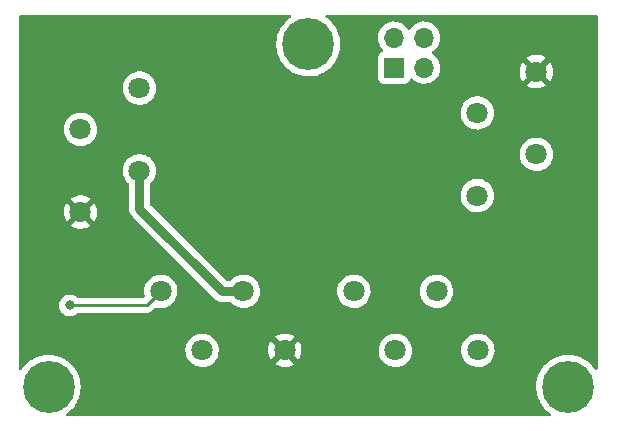
<source format=gbr>
%TF.GenerationSoftware,KiCad,Pcbnew,(6.0.8-1)-1*%
%TF.CreationDate,2022-12-26T11:19:24-06:00*%
%TF.ProjectId,CAN Distribution Board With Power v2,43414e20-4469-4737-9472-69627574696f,rev?*%
%TF.SameCoordinates,Original*%
%TF.FileFunction,Copper,L2,Bot*%
%TF.FilePolarity,Positive*%
%FSLAX46Y46*%
G04 Gerber Fmt 4.6, Leading zero omitted, Abs format (unit mm)*
G04 Created by KiCad (PCBNEW (6.0.8-1)-1) date 2022-12-26 11:19:24*
%MOMM*%
%LPD*%
G01*
G04 APERTURE LIST*
%TA.AperFunction,ComponentPad*%
%ADD10C,1.800000*%
%TD*%
%TA.AperFunction,ComponentPad*%
%ADD11C,4.400000*%
%TD*%
%TA.AperFunction,ComponentPad*%
%ADD12R,1.700000X1.700000*%
%TD*%
%TA.AperFunction,ComponentPad*%
%ADD13O,1.700000X1.700000*%
%TD*%
%TA.AperFunction,ViaPad*%
%ADD14C,0.800000*%
%TD*%
%TA.AperFunction,Conductor*%
%ADD15C,0.250000*%
%TD*%
%TA.AperFunction,Conductor*%
%ADD16C,0.750000*%
%TD*%
G04 APERTURE END LIST*
D10*
%TO.P,X3,1,A*%
%TO.N,/CAN_H*%
X122850000Y-109005000D03*
%TO.P,X3,2,B*%
%TO.N,/CAN_L*%
X126350000Y-114005000D03*
%TO.P,X3,3,C*%
%TO.N,/CAN_H*%
X129850000Y-109005000D03*
%TO.P,X3,4,D*%
%TO.N,/CAN_L*%
X133350000Y-114005000D03*
%TD*%
%TO.P,X2,1,A*%
%TO.N,/CAN_H*%
X106500000Y-109005000D03*
%TO.P,X2,2,B*%
%TO.N,/CAN_L*%
X110000000Y-114005000D03*
%TO.P,X2,3,C*%
%TO.N,+BATT*%
X113500000Y-109005000D03*
%TO.P,X2,4,D*%
%TO.N,GND*%
X117000000Y-114005000D03*
%TD*%
%TO.P,X1,1,A*%
%TO.N,/CAN_H*%
X104700000Y-91800000D03*
%TO.P,X1,2,B*%
%TO.N,/CAN_L*%
X99700000Y-95300000D03*
%TO.P,X1,3,C*%
%TO.N,+BATT*%
X104700000Y-98800000D03*
%TO.P,X1,4,D*%
%TO.N,GND*%
X99700000Y-102300000D03*
%TD*%
%TO.P,X4,1,A*%
%TO.N,/CAN_H*%
X133300000Y-100900000D03*
%TO.P,X4,2,B*%
%TO.N,/CAN_L*%
X138300000Y-97400000D03*
%TO.P,X4,3,C*%
%TO.N,+BATT*%
X133300000Y-93900000D03*
%TO.P,X4,4,D*%
%TO.N,GND*%
X138300000Y-90400000D03*
%TD*%
D11*
%TO.P,H2,1,1*%
%TO.N,unconnected-(H2-Pad1)*%
X141000000Y-117100000D03*
%TD*%
D12*
%TO.P,J1,1,Pin_1*%
%TO.N,Net-(J1-Pad1)*%
X126260000Y-90062500D03*
D13*
%TO.P,J1,2,Pin_2*%
%TO.N,/CAN_L*%
X126260000Y-87522500D03*
%TO.P,J1,3,Pin_3*%
X128800000Y-90062500D03*
%TO.P,J1,4,Pin_4*%
%TO.N,Net-(J1-Pad4)*%
X128800000Y-87522500D03*
%TD*%
D11*
%TO.P,H1,1,1*%
%TO.N,unconnected-(H1-Pad1)*%
X119000000Y-88100000D03*
%TD*%
%TO.P,H3,1,1*%
%TO.N,unconnected-(H3-Pad1)*%
X97000000Y-117100000D03*
%TD*%
D14*
%TO.N,/CAN_H*%
X98800000Y-110200000D03*
%TD*%
D15*
%TO.N,/CAN_H*%
X105305000Y-110200000D02*
X106500000Y-109005000D01*
X98800000Y-110200000D02*
X105305000Y-110200000D01*
D16*
%TO.N,+BATT*%
X104700000Y-102000000D02*
X111705000Y-109005000D01*
X104700000Y-98800000D02*
X104700000Y-102000000D01*
X111705000Y-109005000D02*
X113500000Y-109005000D01*
%TD*%
%TA.AperFunction,Conductor*%
%TO.N,GND*%
G36*
X117500316Y-85628502D02*
G01*
X117546809Y-85682158D01*
X117556913Y-85752432D01*
X117527419Y-85817012D01*
X117496618Y-85842785D01*
X117478074Y-85853817D01*
X117478068Y-85853821D01*
X117474814Y-85855757D01*
X117216244Y-86055243D01*
X116983513Y-86284347D01*
X116981149Y-86287314D01*
X116981146Y-86287317D01*
X116899083Y-86390300D01*
X116779991Y-86539751D01*
X116608626Y-86817757D01*
X116585869Y-86867121D01*
X116483942Y-87088220D01*
X116471902Y-87114336D01*
X116470741Y-87117940D01*
X116470741Y-87117941D01*
X116462196Y-87144477D01*
X116371797Y-87425192D01*
X116371079Y-87428903D01*
X116371078Y-87428907D01*
X116310482Y-87742105D01*
X116310481Y-87742114D01*
X116309763Y-87745824D01*
X116309496Y-87749600D01*
X116309495Y-87749605D01*
X116290396Y-88019357D01*
X116286698Y-88071585D01*
X116286887Y-88075377D01*
X116299443Y-88327588D01*
X116302936Y-88397759D01*
X116303577Y-88401490D01*
X116303578Y-88401498D01*
X116356718Y-88710755D01*
X116358241Y-88719619D01*
X116359329Y-88723258D01*
X116359330Y-88723261D01*
X116440114Y-88993381D01*
X116451814Y-89032504D01*
X116453327Y-89035975D01*
X116453329Y-89035981D01*
X116482184Y-89102184D01*
X116582297Y-89331881D01*
X116584220Y-89335152D01*
X116584222Y-89335156D01*
X116626584Y-89407215D01*
X116747802Y-89613414D01*
X116750103Y-89616429D01*
X116943631Y-89870012D01*
X116943636Y-89870017D01*
X116945931Y-89873025D01*
X117014870Y-89943792D01*
X117130510Y-90062500D01*
X117173814Y-90106953D01*
X117244935Y-90164238D01*
X117425196Y-90309431D01*
X117425201Y-90309435D01*
X117428149Y-90311809D01*
X117705253Y-90484627D01*
X118001112Y-90622903D01*
X118311440Y-90724634D01*
X118631742Y-90788346D01*
X118635514Y-90788633D01*
X118635522Y-90788634D01*
X118953602Y-90812829D01*
X118953607Y-90812829D01*
X118957379Y-90813116D01*
X119283633Y-90798586D01*
X119343425Y-90788634D01*
X119602037Y-90745590D01*
X119602042Y-90745589D01*
X119605778Y-90744967D01*
X119919149Y-90653034D01*
X119922616Y-90651544D01*
X119922620Y-90651543D01*
X120215721Y-90525616D01*
X120215723Y-90525615D01*
X120219205Y-90524119D01*
X120501601Y-90360091D01*
X120762245Y-90163324D01*
X120983838Y-89949708D01*
X120994632Y-89939303D01*
X120994635Y-89939300D01*
X120997363Y-89936670D01*
X121203549Y-89683410D01*
X121238371Y-89628220D01*
X121375788Y-89410428D01*
X121375790Y-89410425D01*
X121377815Y-89407215D01*
X121517638Y-89112084D01*
X121523017Y-89095961D01*
X121619790Y-88805897D01*
X121619792Y-88805891D01*
X121620992Y-88802293D01*
X121686381Y-88482329D01*
X121692294Y-88409637D01*
X121704798Y-88255899D01*
X121712856Y-88156826D01*
X121713451Y-88100000D01*
X121711510Y-88067796D01*
X121694026Y-87777793D01*
X121694026Y-87777789D01*
X121693798Y-87774015D01*
X121688650Y-87745824D01*
X121641781Y-87489195D01*
X124897251Y-87489195D01*
X124897548Y-87494348D01*
X124897548Y-87494351D01*
X124903011Y-87589090D01*
X124910110Y-87712215D01*
X124911247Y-87717261D01*
X124911248Y-87717267D01*
X124924037Y-87774015D01*
X124959222Y-87930139D01*
X125043266Y-88137116D01*
X125094019Y-88219938D01*
X125157291Y-88323188D01*
X125159987Y-88327588D01*
X125306250Y-88496438D01*
X125310230Y-88499742D01*
X125314981Y-88503687D01*
X125354616Y-88562590D01*
X125356113Y-88633571D01*
X125318997Y-88694093D01*
X125278725Y-88718612D01*
X125190095Y-88751838D01*
X125163295Y-88761885D01*
X125046739Y-88849239D01*
X124959385Y-88965795D01*
X124908255Y-89102184D01*
X124901500Y-89164366D01*
X124901500Y-90960634D01*
X124908255Y-91022816D01*
X124959385Y-91159205D01*
X125046739Y-91275761D01*
X125163295Y-91363115D01*
X125299684Y-91414245D01*
X125361866Y-91421000D01*
X127158134Y-91421000D01*
X127220316Y-91414245D01*
X127356705Y-91363115D01*
X127473261Y-91275761D01*
X127560615Y-91159205D01*
X127583701Y-91097623D01*
X127604598Y-91041882D01*
X127647240Y-90985118D01*
X127713802Y-90960418D01*
X127783150Y-90975626D01*
X127817817Y-91003614D01*
X127846250Y-91036438D01*
X128018126Y-91179132D01*
X128211000Y-91291838D01*
X128419692Y-91371530D01*
X128424760Y-91372561D01*
X128424763Y-91372562D01*
X128532017Y-91394383D01*
X128638597Y-91416067D01*
X128643772Y-91416257D01*
X128643774Y-91416257D01*
X128856673Y-91424064D01*
X128856677Y-91424064D01*
X128861837Y-91424253D01*
X128866957Y-91423597D01*
X128866959Y-91423597D01*
X129078288Y-91396525D01*
X129078289Y-91396525D01*
X129083416Y-91395868D01*
X129088366Y-91394383D01*
X129292429Y-91333161D01*
X129292434Y-91333159D01*
X129297384Y-91331674D01*
X129497994Y-91233396D01*
X129679860Y-91103673D01*
X129838096Y-90945989D01*
X129844078Y-90937665D01*
X129965435Y-90768777D01*
X129968453Y-90764577D01*
X130023056Y-90654097D01*
X130065136Y-90568953D01*
X130065137Y-90568951D01*
X130067430Y-90564311D01*
X130109222Y-90426757D01*
X130126273Y-90370638D01*
X136887893Y-90370638D01*
X136900627Y-90591468D01*
X136902061Y-90601670D01*
X136950685Y-90817439D01*
X136953773Y-90827292D01*
X137036986Y-91032220D01*
X137041634Y-91041421D01*
X137130097Y-91185781D01*
X137140553Y-91195242D01*
X137149331Y-91191458D01*
X137927979Y-90412811D01*
X137934356Y-90401132D01*
X138664408Y-90401132D01*
X138664539Y-90402966D01*
X138668790Y-90409580D01*
X139446307Y-91187096D01*
X139458313Y-91193652D01*
X139470052Y-91184684D01*
X139508010Y-91131859D01*
X139513321Y-91123020D01*
X139611318Y-90924737D01*
X139615117Y-90915142D01*
X139679415Y-90703517D01*
X139681594Y-90693436D01*
X139710702Y-90472338D01*
X139711221Y-90465663D01*
X139712744Y-90403364D01*
X139712550Y-90396646D01*
X139694279Y-90174400D01*
X139692596Y-90164238D01*
X139638710Y-89949708D01*
X139635389Y-89939953D01*
X139547193Y-89737118D01*
X139542315Y-89728020D01*
X139469224Y-89615038D01*
X139458538Y-89605835D01*
X139448973Y-89610238D01*
X138672021Y-90387189D01*
X138664408Y-90401132D01*
X137934356Y-90401132D01*
X137935592Y-90398868D01*
X137935461Y-90397034D01*
X137931210Y-90390420D01*
X137153862Y-89613073D01*
X137142330Y-89606776D01*
X137130048Y-89616399D01*
X137074467Y-89697877D01*
X137069379Y-89706833D01*
X136976252Y-89907459D01*
X136972689Y-89917146D01*
X136913581Y-90130280D01*
X136911650Y-90140400D01*
X136888145Y-90360349D01*
X136887893Y-90370638D01*
X130126273Y-90370638D01*
X130130865Y-90355523D01*
X130130865Y-90355521D01*
X130132370Y-90350569D01*
X130161529Y-90129090D01*
X130162070Y-90106953D01*
X130163074Y-90065865D01*
X130163074Y-90065861D01*
X130163156Y-90062500D01*
X130144852Y-89839861D01*
X130090431Y-89623202D01*
X130001354Y-89418340D01*
X129886441Y-89240711D01*
X137505508Y-89240711D01*
X137512251Y-89253040D01*
X138287189Y-90027979D01*
X138301132Y-90035592D01*
X138302966Y-90035461D01*
X138309580Y-90031210D01*
X139088994Y-89251795D01*
X139096011Y-89238944D01*
X139088237Y-89228274D01*
X139085902Y-89226430D01*
X139077320Y-89220729D01*
X138883678Y-89113833D01*
X138874272Y-89109606D01*
X138665772Y-89035772D01*
X138655809Y-89033140D01*
X138438047Y-88994350D01*
X138427796Y-88993381D01*
X138206616Y-88990679D01*
X138196332Y-88991399D01*
X137977693Y-89024855D01*
X137967666Y-89027244D01*
X137757426Y-89095961D01*
X137747916Y-89099958D01*
X137551725Y-89202089D01*
X137543007Y-89207578D01*
X137513961Y-89229386D01*
X137505508Y-89240711D01*
X129886441Y-89240711D01*
X129882822Y-89235117D01*
X129882820Y-89235114D01*
X129880014Y-89230777D01*
X129729670Y-89065551D01*
X129725619Y-89062352D01*
X129725615Y-89062348D01*
X129558414Y-88930300D01*
X129558410Y-88930298D01*
X129554359Y-88927098D01*
X129513053Y-88904296D01*
X129463084Y-88853864D01*
X129448312Y-88784421D01*
X129473428Y-88718016D01*
X129500780Y-88691409D01*
X129544603Y-88660150D01*
X129679860Y-88563673D01*
X129838096Y-88405989D01*
X129897594Y-88323189D01*
X129965435Y-88228777D01*
X129968453Y-88224577D01*
X129989320Y-88182357D01*
X130065136Y-88028953D01*
X130065137Y-88028951D01*
X130067430Y-88024311D01*
X130132370Y-87810569D01*
X130161529Y-87589090D01*
X130163156Y-87522500D01*
X130144852Y-87299861D01*
X130090431Y-87083202D01*
X130001354Y-86878340D01*
X129880014Y-86690777D01*
X129729670Y-86525551D01*
X129725619Y-86522352D01*
X129725615Y-86522348D01*
X129558414Y-86390300D01*
X129558410Y-86390298D01*
X129554359Y-86387098D01*
X129358789Y-86279138D01*
X129353920Y-86277414D01*
X129353916Y-86277412D01*
X129153087Y-86206295D01*
X129153083Y-86206294D01*
X129148212Y-86204569D01*
X129143119Y-86203662D01*
X129143116Y-86203661D01*
X128933373Y-86166300D01*
X128933367Y-86166299D01*
X128928284Y-86165394D01*
X128854452Y-86164492D01*
X128710081Y-86162728D01*
X128710079Y-86162728D01*
X128704911Y-86162665D01*
X128484091Y-86196455D01*
X128271756Y-86265857D01*
X128073607Y-86369007D01*
X128069474Y-86372110D01*
X128069471Y-86372112D01*
X128045247Y-86390300D01*
X127894965Y-86503135D01*
X127740629Y-86664638D01*
X127633201Y-86822121D01*
X127578293Y-86867121D01*
X127507768Y-86875292D01*
X127444021Y-86844038D01*
X127423324Y-86819554D01*
X127342822Y-86695117D01*
X127342820Y-86695114D01*
X127340014Y-86690777D01*
X127189670Y-86525551D01*
X127185619Y-86522352D01*
X127185615Y-86522348D01*
X127018414Y-86390300D01*
X127018410Y-86390298D01*
X127014359Y-86387098D01*
X126818789Y-86279138D01*
X126813920Y-86277414D01*
X126813916Y-86277412D01*
X126613087Y-86206295D01*
X126613083Y-86206294D01*
X126608212Y-86204569D01*
X126603119Y-86203662D01*
X126603116Y-86203661D01*
X126393373Y-86166300D01*
X126393367Y-86166299D01*
X126388284Y-86165394D01*
X126314452Y-86164492D01*
X126170081Y-86162728D01*
X126170079Y-86162728D01*
X126164911Y-86162665D01*
X125944091Y-86196455D01*
X125731756Y-86265857D01*
X125533607Y-86369007D01*
X125529474Y-86372110D01*
X125529471Y-86372112D01*
X125505247Y-86390300D01*
X125354965Y-86503135D01*
X125200629Y-86664638D01*
X125074743Y-86849180D01*
X124980688Y-87051805D01*
X124920989Y-87267070D01*
X124897251Y-87489195D01*
X121641781Y-87489195D01*
X121635805Y-87456473D01*
X121635804Y-87456469D01*
X121635125Y-87452751D01*
X121627722Y-87428907D01*
X121539404Y-87144477D01*
X121538282Y-87140863D01*
X121404670Y-86842869D01*
X121236226Y-86563084D01*
X121233899Y-86560100D01*
X121233894Y-86560093D01*
X121037726Y-86308558D01*
X121037724Y-86308556D01*
X121035390Y-86305563D01*
X120805070Y-86074034D01*
X120548603Y-85871852D01*
X120522184Y-85855757D01*
X120499774Y-85842105D01*
X120452005Y-85789582D01*
X120440216Y-85719571D01*
X120468148Y-85654300D01*
X120526934Y-85614492D01*
X120565328Y-85608500D01*
X143365500Y-85608500D01*
X143433621Y-85628502D01*
X143480114Y-85682158D01*
X143491500Y-85734500D01*
X143491500Y-115533521D01*
X143471498Y-115601642D01*
X143417842Y-115648135D01*
X143347568Y-115658239D01*
X143282988Y-115628745D01*
X143257557Y-115598515D01*
X143236226Y-115563084D01*
X143233899Y-115560100D01*
X143233894Y-115560093D01*
X143037726Y-115308558D01*
X143037724Y-115308556D01*
X143035390Y-115305563D01*
X142805070Y-115074034D01*
X142548603Y-114871852D01*
X142269705Y-114701945D01*
X142266261Y-114700379D01*
X142266257Y-114700377D01*
X142138384Y-114642237D01*
X141972414Y-114566775D01*
X141661037Y-114468300D01*
X141417161Y-114422439D01*
X141343809Y-114408645D01*
X141343807Y-114408645D01*
X141340086Y-114407945D01*
X141014208Y-114386586D01*
X141010428Y-114386794D01*
X141010427Y-114386794D01*
X140912897Y-114392162D01*
X140688124Y-114404532D01*
X140684397Y-114405193D01*
X140684393Y-114405193D01*
X140587083Y-114422439D01*
X140366557Y-114461522D01*
X140362941Y-114462624D01*
X140362933Y-114462626D01*
X140057789Y-114555627D01*
X140054167Y-114556731D01*
X139755477Y-114688781D01*
X139730041Y-114703914D01*
X139478074Y-114853817D01*
X139478068Y-114853821D01*
X139474814Y-114855757D01*
X139216244Y-115055243D01*
X139115892Y-115154031D01*
X138991000Y-115276977D01*
X138983513Y-115284347D01*
X138981149Y-115287314D01*
X138981146Y-115287317D01*
X138878431Y-115416216D01*
X138779991Y-115539751D01*
X138608626Y-115817757D01*
X138471902Y-116114336D01*
X138470741Y-116117940D01*
X138470741Y-116117941D01*
X138462196Y-116144477D01*
X138371797Y-116425192D01*
X138371079Y-116428903D01*
X138371078Y-116428907D01*
X138310482Y-116742105D01*
X138310481Y-116742114D01*
X138309763Y-116745824D01*
X138286698Y-117071585D01*
X138302936Y-117397759D01*
X138303577Y-117401490D01*
X138303578Y-117401498D01*
X138318109Y-117486060D01*
X138358241Y-117719619D01*
X138451814Y-118032504D01*
X138582297Y-118331881D01*
X138584220Y-118335152D01*
X138584222Y-118335156D01*
X138626584Y-118407215D01*
X138747802Y-118613414D01*
X138750103Y-118616429D01*
X138943631Y-118870012D01*
X138943636Y-118870017D01*
X138945931Y-118873025D01*
X139173814Y-119106953D01*
X139246635Y-119165607D01*
X139425196Y-119309431D01*
X139425201Y-119309435D01*
X139428149Y-119311809D01*
X139431371Y-119313818D01*
X139431376Y-119313822D01*
X139503156Y-119358588D01*
X139550373Y-119411607D01*
X139561429Y-119481738D01*
X139532815Y-119546713D01*
X139473615Y-119585903D01*
X139436480Y-119591500D01*
X98570222Y-119591500D01*
X98502101Y-119571498D01*
X98455608Y-119517842D01*
X98445504Y-119447568D01*
X98474998Y-119382988D01*
X98499890Y-119361085D01*
X98501601Y-119360091D01*
X98504623Y-119357810D01*
X98504627Y-119357807D01*
X98759221Y-119165607D01*
X98759222Y-119165606D01*
X98762245Y-119163324D01*
X98997363Y-118936670D01*
X99203549Y-118683410D01*
X99255429Y-118601185D01*
X99375788Y-118410428D01*
X99375790Y-118410425D01*
X99377815Y-118407215D01*
X99517638Y-118112084D01*
X99544188Y-118032504D01*
X99619790Y-117805897D01*
X99619792Y-117805891D01*
X99620992Y-117802293D01*
X99686381Y-117482329D01*
X99692956Y-117401498D01*
X99712674Y-117159061D01*
X99712856Y-117156826D01*
X99713451Y-117100000D01*
X99711510Y-117067796D01*
X99694026Y-116777793D01*
X99694026Y-116777789D01*
X99693798Y-116774015D01*
X99688650Y-116745824D01*
X99635805Y-116456473D01*
X99635804Y-116456469D01*
X99635125Y-116452751D01*
X99627722Y-116428907D01*
X99539404Y-116144477D01*
X99538282Y-116140863D01*
X99404670Y-115842869D01*
X99236226Y-115563084D01*
X99233899Y-115560100D01*
X99233894Y-115560093D01*
X99037726Y-115308558D01*
X99037724Y-115308556D01*
X99035390Y-115305563D01*
X98805070Y-115074034D01*
X98548603Y-114871852D01*
X98269705Y-114701945D01*
X98266261Y-114700379D01*
X98266257Y-114700377D01*
X98138384Y-114642237D01*
X97972414Y-114566775D01*
X97661037Y-114468300D01*
X97417161Y-114422439D01*
X97343809Y-114408645D01*
X97343807Y-114408645D01*
X97340086Y-114407945D01*
X97014208Y-114386586D01*
X97010428Y-114386794D01*
X97010427Y-114386794D01*
X96912897Y-114392162D01*
X96688124Y-114404532D01*
X96684397Y-114405193D01*
X96684393Y-114405193D01*
X96587083Y-114422439D01*
X96366557Y-114461522D01*
X96362941Y-114462624D01*
X96362933Y-114462626D01*
X96057789Y-114555627D01*
X96054167Y-114556731D01*
X95755477Y-114688781D01*
X95730041Y-114703914D01*
X95478074Y-114853817D01*
X95478068Y-114853821D01*
X95474814Y-114855757D01*
X95216244Y-115055243D01*
X95115892Y-115154031D01*
X94991000Y-115276977D01*
X94983513Y-115284347D01*
X94981149Y-115287314D01*
X94981146Y-115287317D01*
X94878431Y-115416216D01*
X94779991Y-115539751D01*
X94778000Y-115542981D01*
X94741760Y-115601773D01*
X94688988Y-115649266D01*
X94618916Y-115660690D01*
X94553792Y-115632416D01*
X94514293Y-115573422D01*
X94508500Y-115535657D01*
X94508500Y-113970469D01*
X108587095Y-113970469D01*
X108587392Y-113975622D01*
X108587392Y-113975625D01*
X108600129Y-114196529D01*
X108600427Y-114201697D01*
X108601564Y-114206743D01*
X108601565Y-114206749D01*
X108633741Y-114349523D01*
X108651346Y-114427642D01*
X108653288Y-114432424D01*
X108653289Y-114432428D01*
X108736447Y-114637220D01*
X108738484Y-114642237D01*
X108859501Y-114839719D01*
X109011147Y-115014784D01*
X109189349Y-115162730D01*
X109389322Y-115279584D01*
X109394147Y-115281426D01*
X109394148Y-115281427D01*
X109450296Y-115302868D01*
X109605694Y-115362209D01*
X109610760Y-115363240D01*
X109610761Y-115363240D01*
X109663846Y-115374040D01*
X109832656Y-115408385D01*
X109963324Y-115413176D01*
X110058949Y-115416683D01*
X110058953Y-115416683D01*
X110064113Y-115416872D01*
X110069233Y-115416216D01*
X110069235Y-115416216D01*
X110142291Y-115406857D01*
X110293847Y-115387442D01*
X110298795Y-115385957D01*
X110298802Y-115385956D01*
X110510747Y-115322369D01*
X110515690Y-115320886D01*
X110540855Y-115308558D01*
X110719049Y-115221262D01*
X110719052Y-115221260D01*
X110723684Y-115218991D01*
X110797406Y-115166406D01*
X116203423Y-115166406D01*
X116208704Y-115173461D01*
X116385080Y-115276527D01*
X116394363Y-115280974D01*
X116601003Y-115359883D01*
X116610901Y-115362759D01*
X116827653Y-115406857D01*
X116837883Y-115408076D01*
X117058914Y-115416182D01*
X117069223Y-115415714D01*
X117288623Y-115387608D01*
X117298688Y-115385468D01*
X117510557Y-115321905D01*
X117520152Y-115318144D01*
X117718778Y-115220838D01*
X117727636Y-115215559D01*
X117785097Y-115174572D01*
X117793497Y-115163874D01*
X117786510Y-115150721D01*
X117012811Y-114377021D01*
X116998868Y-114369408D01*
X116997034Y-114369539D01*
X116990420Y-114373790D01*
X116210180Y-115154031D01*
X116203423Y-115166406D01*
X110797406Y-115166406D01*
X110912243Y-115084494D01*
X111076303Y-114921005D01*
X111211458Y-114732917D01*
X111213879Y-114728020D01*
X111311784Y-114529922D01*
X111311785Y-114529920D01*
X111314078Y-114525280D01*
X111381408Y-114303671D01*
X111411640Y-114074041D01*
X111413327Y-114005000D01*
X111410913Y-113975638D01*
X115587893Y-113975638D01*
X115600627Y-114196468D01*
X115602061Y-114206670D01*
X115650685Y-114422439D01*
X115653773Y-114432292D01*
X115736986Y-114637220D01*
X115741634Y-114646421D01*
X115830097Y-114790781D01*
X115840553Y-114800242D01*
X115849331Y-114796458D01*
X116627979Y-114017811D01*
X116634356Y-114006132D01*
X117364408Y-114006132D01*
X117364539Y-114007966D01*
X117368790Y-114014580D01*
X118146307Y-114792096D01*
X118158313Y-114798652D01*
X118170052Y-114789684D01*
X118208010Y-114736859D01*
X118213321Y-114728020D01*
X118311318Y-114529737D01*
X118315117Y-114520142D01*
X118379415Y-114308517D01*
X118381594Y-114298436D01*
X118410702Y-114077338D01*
X118411221Y-114070663D01*
X118412744Y-114008364D01*
X118412550Y-114001646D01*
X118409987Y-113970469D01*
X124937095Y-113970469D01*
X124937392Y-113975622D01*
X124937392Y-113975625D01*
X124950129Y-114196529D01*
X124950427Y-114201697D01*
X124951564Y-114206743D01*
X124951565Y-114206749D01*
X124983741Y-114349523D01*
X125001346Y-114427642D01*
X125003288Y-114432424D01*
X125003289Y-114432428D01*
X125086447Y-114637220D01*
X125088484Y-114642237D01*
X125209501Y-114839719D01*
X125361147Y-115014784D01*
X125539349Y-115162730D01*
X125739322Y-115279584D01*
X125744147Y-115281426D01*
X125744148Y-115281427D01*
X125800296Y-115302868D01*
X125955694Y-115362209D01*
X125960760Y-115363240D01*
X125960761Y-115363240D01*
X126013846Y-115374040D01*
X126182656Y-115408385D01*
X126313324Y-115413176D01*
X126408949Y-115416683D01*
X126408953Y-115416683D01*
X126414113Y-115416872D01*
X126419233Y-115416216D01*
X126419235Y-115416216D01*
X126492291Y-115406857D01*
X126643847Y-115387442D01*
X126648795Y-115385957D01*
X126648802Y-115385956D01*
X126860747Y-115322369D01*
X126865690Y-115320886D01*
X126890855Y-115308558D01*
X127069049Y-115221262D01*
X127069052Y-115221260D01*
X127073684Y-115218991D01*
X127262243Y-115084494D01*
X127426303Y-114921005D01*
X127561458Y-114732917D01*
X127563879Y-114728020D01*
X127661784Y-114529922D01*
X127661785Y-114529920D01*
X127664078Y-114525280D01*
X127731408Y-114303671D01*
X127761640Y-114074041D01*
X127763327Y-114005000D01*
X127760488Y-113970469D01*
X131937095Y-113970469D01*
X131937392Y-113975622D01*
X131937392Y-113975625D01*
X131950129Y-114196529D01*
X131950427Y-114201697D01*
X131951564Y-114206743D01*
X131951565Y-114206749D01*
X131983741Y-114349523D01*
X132001346Y-114427642D01*
X132003288Y-114432424D01*
X132003289Y-114432428D01*
X132086447Y-114637220D01*
X132088484Y-114642237D01*
X132209501Y-114839719D01*
X132361147Y-115014784D01*
X132539349Y-115162730D01*
X132739322Y-115279584D01*
X132744147Y-115281426D01*
X132744148Y-115281427D01*
X132800296Y-115302868D01*
X132955694Y-115362209D01*
X132960760Y-115363240D01*
X132960761Y-115363240D01*
X133013846Y-115374040D01*
X133182656Y-115408385D01*
X133313324Y-115413176D01*
X133408949Y-115416683D01*
X133408953Y-115416683D01*
X133414113Y-115416872D01*
X133419233Y-115416216D01*
X133419235Y-115416216D01*
X133492291Y-115406857D01*
X133643847Y-115387442D01*
X133648795Y-115385957D01*
X133648802Y-115385956D01*
X133860747Y-115322369D01*
X133865690Y-115320886D01*
X133890855Y-115308558D01*
X134069049Y-115221262D01*
X134069052Y-115221260D01*
X134073684Y-115218991D01*
X134262243Y-115084494D01*
X134426303Y-114921005D01*
X134561458Y-114732917D01*
X134563879Y-114728020D01*
X134661784Y-114529922D01*
X134661785Y-114529920D01*
X134664078Y-114525280D01*
X134731408Y-114303671D01*
X134761640Y-114074041D01*
X134763327Y-114005000D01*
X134757032Y-113928434D01*
X134744773Y-113779318D01*
X134744772Y-113779312D01*
X134744349Y-113774167D01*
X134710797Y-113640592D01*
X134689184Y-113554544D01*
X134689183Y-113554540D01*
X134687925Y-113549533D01*
X134676017Y-113522146D01*
X134597630Y-113341868D01*
X134597628Y-113341865D01*
X134595570Y-113337131D01*
X134469764Y-113142665D01*
X134313887Y-112971358D01*
X134309836Y-112968159D01*
X134309832Y-112968155D01*
X134136177Y-112831011D01*
X134136172Y-112831008D01*
X134132123Y-112827810D01*
X134127607Y-112825317D01*
X134127604Y-112825315D01*
X133933879Y-112718373D01*
X133933875Y-112718371D01*
X133929355Y-112715876D01*
X133924486Y-112714152D01*
X133924482Y-112714150D01*
X133715903Y-112640288D01*
X133715899Y-112640287D01*
X133711028Y-112638562D01*
X133705935Y-112637655D01*
X133705932Y-112637654D01*
X133488095Y-112598851D01*
X133488089Y-112598850D01*
X133483006Y-112597945D01*
X133410096Y-112597054D01*
X133256581Y-112595179D01*
X133256579Y-112595179D01*
X133251411Y-112595116D01*
X133022464Y-112630150D01*
X132802314Y-112702106D01*
X132797726Y-112704494D01*
X132797722Y-112704496D01*
X132601461Y-112806663D01*
X132596872Y-112809052D01*
X132592739Y-112812155D01*
X132592736Y-112812157D01*
X132533284Y-112856795D01*
X132411655Y-112948117D01*
X132251639Y-113115564D01*
X132248725Y-113119836D01*
X132248724Y-113119837D01*
X132233152Y-113142665D01*
X132121119Y-113306899D01*
X132023602Y-113516981D01*
X131961707Y-113740169D01*
X131937095Y-113970469D01*
X127760488Y-113970469D01*
X127757032Y-113928434D01*
X127744773Y-113779318D01*
X127744772Y-113779312D01*
X127744349Y-113774167D01*
X127710797Y-113640592D01*
X127689184Y-113554544D01*
X127689183Y-113554540D01*
X127687925Y-113549533D01*
X127676017Y-113522146D01*
X127597630Y-113341868D01*
X127597628Y-113341865D01*
X127595570Y-113337131D01*
X127469764Y-113142665D01*
X127313887Y-112971358D01*
X127309836Y-112968159D01*
X127309832Y-112968155D01*
X127136177Y-112831011D01*
X127136172Y-112831008D01*
X127132123Y-112827810D01*
X127127607Y-112825317D01*
X127127604Y-112825315D01*
X126933879Y-112718373D01*
X126933875Y-112718371D01*
X126929355Y-112715876D01*
X126924486Y-112714152D01*
X126924482Y-112714150D01*
X126715903Y-112640288D01*
X126715899Y-112640287D01*
X126711028Y-112638562D01*
X126705935Y-112637655D01*
X126705932Y-112637654D01*
X126488095Y-112598851D01*
X126488089Y-112598850D01*
X126483006Y-112597945D01*
X126410096Y-112597054D01*
X126256581Y-112595179D01*
X126256579Y-112595179D01*
X126251411Y-112595116D01*
X126022464Y-112630150D01*
X125802314Y-112702106D01*
X125797726Y-112704494D01*
X125797722Y-112704496D01*
X125601461Y-112806663D01*
X125596872Y-112809052D01*
X125592739Y-112812155D01*
X125592736Y-112812157D01*
X125533284Y-112856795D01*
X125411655Y-112948117D01*
X125251639Y-113115564D01*
X125248725Y-113119836D01*
X125248724Y-113119837D01*
X125233152Y-113142665D01*
X125121119Y-113306899D01*
X125023602Y-113516981D01*
X124961707Y-113740169D01*
X124937095Y-113970469D01*
X118409987Y-113970469D01*
X118394279Y-113779400D01*
X118392596Y-113769238D01*
X118338710Y-113554708D01*
X118335389Y-113544953D01*
X118247193Y-113342118D01*
X118242315Y-113333020D01*
X118169224Y-113220038D01*
X118158538Y-113210835D01*
X118148973Y-113215238D01*
X117372021Y-113992189D01*
X117364408Y-114006132D01*
X116634356Y-114006132D01*
X116635592Y-114003868D01*
X116635461Y-114002034D01*
X116631210Y-113995420D01*
X115853862Y-113218073D01*
X115842330Y-113211776D01*
X115830048Y-113221399D01*
X115774467Y-113302877D01*
X115769379Y-113311833D01*
X115676252Y-113512459D01*
X115672689Y-113522146D01*
X115613581Y-113735280D01*
X115611650Y-113745400D01*
X115588145Y-113965349D01*
X115587893Y-113975638D01*
X111410913Y-113975638D01*
X111407032Y-113928434D01*
X111394773Y-113779318D01*
X111394772Y-113779312D01*
X111394349Y-113774167D01*
X111360797Y-113640592D01*
X111339184Y-113554544D01*
X111339183Y-113554540D01*
X111337925Y-113549533D01*
X111326017Y-113522146D01*
X111247630Y-113341868D01*
X111247628Y-113341865D01*
X111245570Y-113337131D01*
X111119764Y-113142665D01*
X110963887Y-112971358D01*
X110959836Y-112968159D01*
X110959832Y-112968155D01*
X110804790Y-112845711D01*
X116205508Y-112845711D01*
X116212251Y-112858040D01*
X116987189Y-113632979D01*
X117001132Y-113640592D01*
X117002966Y-113640461D01*
X117009580Y-113636210D01*
X117788994Y-112856795D01*
X117796011Y-112843944D01*
X117788237Y-112833274D01*
X117785902Y-112831430D01*
X117777320Y-112825729D01*
X117583678Y-112718833D01*
X117574272Y-112714606D01*
X117365772Y-112640772D01*
X117355809Y-112638140D01*
X117138047Y-112599350D01*
X117127796Y-112598381D01*
X116906616Y-112595679D01*
X116896332Y-112596399D01*
X116677693Y-112629855D01*
X116667666Y-112632244D01*
X116457426Y-112700961D01*
X116447916Y-112704958D01*
X116251725Y-112807089D01*
X116243007Y-112812578D01*
X116213961Y-112834386D01*
X116205508Y-112845711D01*
X110804790Y-112845711D01*
X110786177Y-112831011D01*
X110786172Y-112831008D01*
X110782123Y-112827810D01*
X110777607Y-112825317D01*
X110777604Y-112825315D01*
X110583879Y-112718373D01*
X110583875Y-112718371D01*
X110579355Y-112715876D01*
X110574486Y-112714152D01*
X110574482Y-112714150D01*
X110365903Y-112640288D01*
X110365899Y-112640287D01*
X110361028Y-112638562D01*
X110355935Y-112637655D01*
X110355932Y-112637654D01*
X110138095Y-112598851D01*
X110138089Y-112598850D01*
X110133006Y-112597945D01*
X110060096Y-112597054D01*
X109906581Y-112595179D01*
X109906579Y-112595179D01*
X109901411Y-112595116D01*
X109672464Y-112630150D01*
X109452314Y-112702106D01*
X109447726Y-112704494D01*
X109447722Y-112704496D01*
X109251461Y-112806663D01*
X109246872Y-112809052D01*
X109242739Y-112812155D01*
X109242736Y-112812157D01*
X109183284Y-112856795D01*
X109061655Y-112948117D01*
X108901639Y-113115564D01*
X108898725Y-113119836D01*
X108898724Y-113119837D01*
X108883152Y-113142665D01*
X108771119Y-113306899D01*
X108673602Y-113516981D01*
X108611707Y-113740169D01*
X108587095Y-113970469D01*
X94508500Y-113970469D01*
X94508500Y-110200000D01*
X97886496Y-110200000D01*
X97887186Y-110206565D01*
X97903810Y-110364730D01*
X97906458Y-110389928D01*
X97965473Y-110571556D01*
X98060960Y-110736944D01*
X98065378Y-110741851D01*
X98065379Y-110741852D01*
X98147452Y-110833003D01*
X98188747Y-110878866D01*
X98343248Y-110991118D01*
X98349276Y-110993802D01*
X98349278Y-110993803D01*
X98511681Y-111066109D01*
X98517712Y-111068794D01*
X98611112Y-111088647D01*
X98698056Y-111107128D01*
X98698061Y-111107128D01*
X98704513Y-111108500D01*
X98895487Y-111108500D01*
X98901939Y-111107128D01*
X98901944Y-111107128D01*
X98988888Y-111088647D01*
X99082288Y-111068794D01*
X99088319Y-111066109D01*
X99250722Y-110993803D01*
X99250724Y-110993802D01*
X99256752Y-110991118D01*
X99411253Y-110878866D01*
X99415668Y-110873963D01*
X99420580Y-110869540D01*
X99421705Y-110870789D01*
X99475014Y-110837949D01*
X99508200Y-110833500D01*
X105226233Y-110833500D01*
X105237416Y-110834027D01*
X105244909Y-110835702D01*
X105252835Y-110835453D01*
X105252836Y-110835453D01*
X105312986Y-110833562D01*
X105316945Y-110833500D01*
X105344856Y-110833500D01*
X105348791Y-110833003D01*
X105348856Y-110832995D01*
X105360693Y-110832062D01*
X105392951Y-110831048D01*
X105396970Y-110830922D01*
X105404889Y-110830673D01*
X105424343Y-110825021D01*
X105443700Y-110821013D01*
X105455930Y-110819468D01*
X105455931Y-110819468D01*
X105463797Y-110818474D01*
X105471168Y-110815555D01*
X105471170Y-110815555D01*
X105504912Y-110802196D01*
X105516142Y-110798351D01*
X105550983Y-110788229D01*
X105550984Y-110788229D01*
X105558593Y-110786018D01*
X105565412Y-110781985D01*
X105565417Y-110781983D01*
X105576028Y-110775707D01*
X105593776Y-110767012D01*
X105612617Y-110759552D01*
X105648387Y-110733564D01*
X105658307Y-110727048D01*
X105689535Y-110708580D01*
X105689538Y-110708578D01*
X105696362Y-110704542D01*
X105710683Y-110690221D01*
X105725717Y-110677380D01*
X105735694Y-110670131D01*
X105742107Y-110665472D01*
X105770298Y-110631395D01*
X105778288Y-110622616D01*
X106002148Y-110398756D01*
X106064460Y-110364730D01*
X106116363Y-110364380D01*
X106209679Y-110383365D01*
X106332656Y-110408385D01*
X106463324Y-110413176D01*
X106558949Y-110416683D01*
X106558953Y-110416683D01*
X106564113Y-110416872D01*
X106569233Y-110416216D01*
X106569235Y-110416216D01*
X106642270Y-110406860D01*
X106793847Y-110387442D01*
X106798795Y-110385957D01*
X106798802Y-110385956D01*
X107010747Y-110322369D01*
X107015690Y-110320886D01*
X107096236Y-110281427D01*
X107219049Y-110221262D01*
X107219052Y-110221260D01*
X107223684Y-110218991D01*
X107412243Y-110084494D01*
X107576303Y-109921005D01*
X107711458Y-109732917D01*
X107714381Y-109727004D01*
X107811784Y-109529922D01*
X107811785Y-109529920D01*
X107814078Y-109525280D01*
X107881408Y-109303671D01*
X107911640Y-109074041D01*
X107913327Y-109005000D01*
X107907032Y-108928434D01*
X107894773Y-108779318D01*
X107894772Y-108779312D01*
X107894349Y-108774167D01*
X107837925Y-108549533D01*
X107835866Y-108544797D01*
X107747630Y-108341868D01*
X107747628Y-108341865D01*
X107745570Y-108337131D01*
X107619764Y-108142665D01*
X107600506Y-108121500D01*
X107565065Y-108082551D01*
X107463887Y-107971358D01*
X107459836Y-107968159D01*
X107459832Y-107968155D01*
X107286177Y-107831011D01*
X107286172Y-107831008D01*
X107282123Y-107827810D01*
X107277607Y-107825317D01*
X107277604Y-107825315D01*
X107083879Y-107718373D01*
X107083875Y-107718371D01*
X107079355Y-107715876D01*
X107074486Y-107714152D01*
X107074482Y-107714150D01*
X106865903Y-107640288D01*
X106865899Y-107640287D01*
X106861028Y-107638562D01*
X106855935Y-107637655D01*
X106855932Y-107637654D01*
X106638095Y-107598851D01*
X106638089Y-107598850D01*
X106633006Y-107597945D01*
X106560096Y-107597054D01*
X106406581Y-107595179D01*
X106406579Y-107595179D01*
X106401411Y-107595116D01*
X106172464Y-107630150D01*
X105952314Y-107702106D01*
X105947726Y-107704494D01*
X105947722Y-107704496D01*
X105921065Y-107718373D01*
X105746872Y-107809052D01*
X105742739Y-107812155D01*
X105742736Y-107812157D01*
X105717625Y-107831011D01*
X105561655Y-107948117D01*
X105401639Y-108115564D01*
X105398725Y-108119836D01*
X105398724Y-108119837D01*
X105383152Y-108142665D01*
X105271119Y-108306899D01*
X105173602Y-108516981D01*
X105111707Y-108740169D01*
X105087095Y-108970469D01*
X105087392Y-108975622D01*
X105087392Y-108975625D01*
X105093067Y-109074041D01*
X105100427Y-109201697D01*
X105101564Y-109206743D01*
X105101565Y-109206749D01*
X105141623Y-109384498D01*
X105137087Y-109455350D01*
X105107801Y-109501294D01*
X105079500Y-109529595D01*
X105017188Y-109563621D01*
X104990405Y-109566500D01*
X99508200Y-109566500D01*
X99440079Y-109546498D01*
X99420853Y-109530157D01*
X99420580Y-109530460D01*
X99415668Y-109526037D01*
X99411253Y-109521134D01*
X99383946Y-109501294D01*
X99262094Y-109412763D01*
X99262093Y-109412762D01*
X99256752Y-109408882D01*
X99250724Y-109406198D01*
X99250722Y-109406197D01*
X99088319Y-109333891D01*
X99088318Y-109333891D01*
X99082288Y-109331206D01*
X98976016Y-109308617D01*
X98901944Y-109292872D01*
X98901939Y-109292872D01*
X98895487Y-109291500D01*
X98704513Y-109291500D01*
X98698061Y-109292872D01*
X98698056Y-109292872D01*
X98623984Y-109308617D01*
X98517712Y-109331206D01*
X98511682Y-109333891D01*
X98511681Y-109333891D01*
X98349278Y-109406197D01*
X98349276Y-109406198D01*
X98343248Y-109408882D01*
X98188747Y-109521134D01*
X98184326Y-109526044D01*
X98184325Y-109526045D01*
X98150492Y-109563621D01*
X98060960Y-109663056D01*
X98020626Y-109732917D01*
X97974240Y-109813260D01*
X97965473Y-109828444D01*
X97906458Y-110010072D01*
X97905768Y-110016633D01*
X97905768Y-110016635D01*
X97899019Y-110080850D01*
X97886496Y-110200000D01*
X94508500Y-110200000D01*
X94508500Y-103461406D01*
X98903423Y-103461406D01*
X98908704Y-103468461D01*
X99085080Y-103571527D01*
X99094363Y-103575974D01*
X99301003Y-103654883D01*
X99310901Y-103657759D01*
X99527653Y-103701857D01*
X99537883Y-103703076D01*
X99758914Y-103711182D01*
X99769223Y-103710714D01*
X99988623Y-103682608D01*
X99998688Y-103680468D01*
X100210557Y-103616905D01*
X100220152Y-103613144D01*
X100418778Y-103515838D01*
X100427636Y-103510559D01*
X100485097Y-103469572D01*
X100493497Y-103458874D01*
X100486510Y-103445721D01*
X99712811Y-102672021D01*
X99698868Y-102664408D01*
X99697034Y-102664539D01*
X99690420Y-102668790D01*
X98910180Y-103449031D01*
X98903423Y-103461406D01*
X94508500Y-103461406D01*
X94508500Y-102270638D01*
X98287893Y-102270638D01*
X98300627Y-102491468D01*
X98302061Y-102501670D01*
X98350685Y-102717439D01*
X98353773Y-102727292D01*
X98436986Y-102932220D01*
X98441634Y-102941421D01*
X98530097Y-103085781D01*
X98540553Y-103095242D01*
X98549331Y-103091458D01*
X99327979Y-102312811D01*
X99334356Y-102301132D01*
X100064408Y-102301132D01*
X100064539Y-102302966D01*
X100068790Y-102309580D01*
X100846307Y-103087096D01*
X100858313Y-103093652D01*
X100870052Y-103084684D01*
X100908010Y-103031859D01*
X100913321Y-103023020D01*
X101011318Y-102824737D01*
X101015117Y-102815142D01*
X101079415Y-102603517D01*
X101081594Y-102593436D01*
X101110702Y-102372338D01*
X101111221Y-102365663D01*
X101112744Y-102303364D01*
X101112550Y-102296646D01*
X101094279Y-102074400D01*
X101092596Y-102064238D01*
X101038710Y-101849708D01*
X101035389Y-101839953D01*
X100947193Y-101637118D01*
X100942315Y-101628020D01*
X100869224Y-101515038D01*
X100858538Y-101505835D01*
X100848973Y-101510238D01*
X100072021Y-102287189D01*
X100064408Y-102301132D01*
X99334356Y-102301132D01*
X99335592Y-102298868D01*
X99335461Y-102297034D01*
X99331210Y-102290420D01*
X98553862Y-101513073D01*
X98542330Y-101506776D01*
X98530048Y-101516399D01*
X98474467Y-101597877D01*
X98469379Y-101606833D01*
X98376252Y-101807459D01*
X98372689Y-101817146D01*
X98313581Y-102030280D01*
X98311650Y-102040400D01*
X98288145Y-102260349D01*
X98287893Y-102270638D01*
X94508500Y-102270638D01*
X94508500Y-101140711D01*
X98905508Y-101140711D01*
X98912251Y-101153040D01*
X99687189Y-101927979D01*
X99701132Y-101935592D01*
X99702966Y-101935461D01*
X99709580Y-101931210D01*
X100488994Y-101151795D01*
X100496011Y-101138944D01*
X100488237Y-101128274D01*
X100485902Y-101126430D01*
X100477320Y-101120729D01*
X100283678Y-101013833D01*
X100274272Y-101009606D01*
X100065772Y-100935772D01*
X100055809Y-100933140D01*
X99838047Y-100894350D01*
X99827796Y-100893381D01*
X99606616Y-100890679D01*
X99596332Y-100891399D01*
X99377693Y-100924855D01*
X99367666Y-100927244D01*
X99157426Y-100995961D01*
X99147916Y-100999958D01*
X98951725Y-101102089D01*
X98943007Y-101107578D01*
X98913961Y-101129386D01*
X98905508Y-101140711D01*
X94508500Y-101140711D01*
X94508500Y-98765469D01*
X103287095Y-98765469D01*
X103287392Y-98770622D01*
X103287392Y-98770625D01*
X103293067Y-98869041D01*
X103300427Y-98996697D01*
X103301564Y-99001743D01*
X103301565Y-99001749D01*
X103333741Y-99144523D01*
X103351346Y-99222642D01*
X103353288Y-99227424D01*
X103353289Y-99227428D01*
X103436540Y-99432450D01*
X103438484Y-99437237D01*
X103559501Y-99634719D01*
X103711147Y-99809784D01*
X103715122Y-99813084D01*
X103715125Y-99813087D01*
X103770985Y-99859463D01*
X103810620Y-99918366D01*
X103816500Y-99956407D01*
X103816500Y-101920543D01*
X103814949Y-101940255D01*
X103812850Y-101953507D01*
X103813195Y-101960094D01*
X103813195Y-101960098D01*
X103816327Y-102019850D01*
X103816500Y-102026445D01*
X103816500Y-102046306D01*
X103818576Y-102066059D01*
X103819093Y-102072628D01*
X103819921Y-102088427D01*
X103821380Y-102116262D01*
X103822570Y-102138971D01*
X103826042Y-102151929D01*
X103829645Y-102171372D01*
X103831046Y-102184702D01*
X103851578Y-102247894D01*
X103853444Y-102254196D01*
X103864819Y-102296646D01*
X103870638Y-102318363D01*
X103873634Y-102324242D01*
X103873637Y-102324251D01*
X103876728Y-102330317D01*
X103884292Y-102348579D01*
X103886392Y-102355043D01*
X103886395Y-102355051D01*
X103888436Y-102361331D01*
X103891738Y-102367050D01*
X103891740Y-102367055D01*
X103921654Y-102418867D01*
X103924787Y-102424637D01*
X103954953Y-102483839D01*
X103959109Y-102488971D01*
X103963391Y-102494259D01*
X103974589Y-102510552D01*
X103981296Y-102522169D01*
X103985713Y-102527075D01*
X103985717Y-102527080D01*
X104025747Y-102571538D01*
X104030031Y-102576554D01*
X104040441Y-102589409D01*
X104042528Y-102591986D01*
X104056573Y-102606031D01*
X104061114Y-102610816D01*
X104105566Y-102660185D01*
X104116426Y-102668075D01*
X104131454Y-102680912D01*
X111024088Y-109573546D01*
X111036925Y-109588574D01*
X111044815Y-109599434D01*
X111049725Y-109603855D01*
X111049726Y-109603856D01*
X111094184Y-109643886D01*
X111098969Y-109648427D01*
X111113014Y-109662472D01*
X111115588Y-109664556D01*
X111115591Y-109664559D01*
X111128446Y-109674969D01*
X111133462Y-109679253D01*
X111177920Y-109719283D01*
X111177925Y-109719287D01*
X111182831Y-109723704D01*
X111190754Y-109728278D01*
X111194448Y-109730411D01*
X111210741Y-109741609D01*
X111221161Y-109750047D01*
X111280363Y-109780213D01*
X111286133Y-109783346D01*
X111337945Y-109813260D01*
X111337950Y-109813262D01*
X111343669Y-109816564D01*
X111349949Y-109818605D01*
X111349957Y-109818608D01*
X111356421Y-109820708D01*
X111374683Y-109828272D01*
X111380749Y-109831363D01*
X111380758Y-109831366D01*
X111386637Y-109834362D01*
X111393015Y-109836071D01*
X111450804Y-109851556D01*
X111457106Y-109853422D01*
X111520298Y-109873954D01*
X111533205Y-109875311D01*
X111533628Y-109875355D01*
X111553071Y-109878958D01*
X111566029Y-109882430D01*
X111572619Y-109882775D01*
X111572623Y-109882776D01*
X111616573Y-109885079D01*
X111632372Y-109885907D01*
X111638931Y-109886423D01*
X111658694Y-109888500D01*
X111678555Y-109888500D01*
X111685150Y-109888673D01*
X111744902Y-109891805D01*
X111744906Y-109891805D01*
X111751493Y-109892150D01*
X111764747Y-109890051D01*
X111784456Y-109888500D01*
X112344202Y-109888500D01*
X112412323Y-109908502D01*
X112439440Y-109932003D01*
X112507763Y-110010878D01*
X112507766Y-110010881D01*
X112511147Y-110014784D01*
X112689349Y-110162730D01*
X112889322Y-110279584D01*
X113105694Y-110362209D01*
X113110760Y-110363240D01*
X113110761Y-110363240D01*
X113118085Y-110364730D01*
X113332656Y-110408385D01*
X113463324Y-110413176D01*
X113558949Y-110416683D01*
X113558953Y-110416683D01*
X113564113Y-110416872D01*
X113569233Y-110416216D01*
X113569235Y-110416216D01*
X113642270Y-110406860D01*
X113793847Y-110387442D01*
X113798795Y-110385957D01*
X113798802Y-110385956D01*
X114010747Y-110322369D01*
X114015690Y-110320886D01*
X114096236Y-110281427D01*
X114219049Y-110221262D01*
X114219052Y-110221260D01*
X114223684Y-110218991D01*
X114412243Y-110084494D01*
X114576303Y-109921005D01*
X114711458Y-109732917D01*
X114714381Y-109727004D01*
X114811784Y-109529922D01*
X114811785Y-109529920D01*
X114814078Y-109525280D01*
X114881408Y-109303671D01*
X114911640Y-109074041D01*
X114913327Y-109005000D01*
X114910488Y-108970469D01*
X121437095Y-108970469D01*
X121437392Y-108975622D01*
X121437392Y-108975625D01*
X121443067Y-109074041D01*
X121450427Y-109201697D01*
X121451564Y-109206743D01*
X121451565Y-109206749D01*
X121479304Y-109329834D01*
X121501346Y-109427642D01*
X121503288Y-109432424D01*
X121503289Y-109432428D01*
X121572899Y-109603856D01*
X121588484Y-109642237D01*
X121709501Y-109839719D01*
X121861147Y-110014784D01*
X122039349Y-110162730D01*
X122239322Y-110279584D01*
X122455694Y-110362209D01*
X122460760Y-110363240D01*
X122460761Y-110363240D01*
X122468085Y-110364730D01*
X122682656Y-110408385D01*
X122813324Y-110413176D01*
X122908949Y-110416683D01*
X122908953Y-110416683D01*
X122914113Y-110416872D01*
X122919233Y-110416216D01*
X122919235Y-110416216D01*
X122992270Y-110406860D01*
X123143847Y-110387442D01*
X123148795Y-110385957D01*
X123148802Y-110385956D01*
X123360747Y-110322369D01*
X123365690Y-110320886D01*
X123446236Y-110281427D01*
X123569049Y-110221262D01*
X123569052Y-110221260D01*
X123573684Y-110218991D01*
X123762243Y-110084494D01*
X123926303Y-109921005D01*
X124061458Y-109732917D01*
X124064381Y-109727004D01*
X124161784Y-109529922D01*
X124161785Y-109529920D01*
X124164078Y-109525280D01*
X124231408Y-109303671D01*
X124261640Y-109074041D01*
X124263327Y-109005000D01*
X124260488Y-108970469D01*
X128437095Y-108970469D01*
X128437392Y-108975622D01*
X128437392Y-108975625D01*
X128443067Y-109074041D01*
X128450427Y-109201697D01*
X128451564Y-109206743D01*
X128451565Y-109206749D01*
X128479304Y-109329834D01*
X128501346Y-109427642D01*
X128503288Y-109432424D01*
X128503289Y-109432428D01*
X128572899Y-109603856D01*
X128588484Y-109642237D01*
X128709501Y-109839719D01*
X128861147Y-110014784D01*
X129039349Y-110162730D01*
X129239322Y-110279584D01*
X129455694Y-110362209D01*
X129460760Y-110363240D01*
X129460761Y-110363240D01*
X129468085Y-110364730D01*
X129682656Y-110408385D01*
X129813324Y-110413176D01*
X129908949Y-110416683D01*
X129908953Y-110416683D01*
X129914113Y-110416872D01*
X129919233Y-110416216D01*
X129919235Y-110416216D01*
X129992270Y-110406860D01*
X130143847Y-110387442D01*
X130148795Y-110385957D01*
X130148802Y-110385956D01*
X130360747Y-110322369D01*
X130365690Y-110320886D01*
X130446236Y-110281427D01*
X130569049Y-110221262D01*
X130569052Y-110221260D01*
X130573684Y-110218991D01*
X130762243Y-110084494D01*
X130926303Y-109921005D01*
X131061458Y-109732917D01*
X131064381Y-109727004D01*
X131161784Y-109529922D01*
X131161785Y-109529920D01*
X131164078Y-109525280D01*
X131231408Y-109303671D01*
X131261640Y-109074041D01*
X131263327Y-109005000D01*
X131257032Y-108928434D01*
X131244773Y-108779318D01*
X131244772Y-108779312D01*
X131244349Y-108774167D01*
X131187925Y-108549533D01*
X131185866Y-108544797D01*
X131097630Y-108341868D01*
X131097628Y-108341865D01*
X131095570Y-108337131D01*
X130969764Y-108142665D01*
X130950506Y-108121500D01*
X130915065Y-108082551D01*
X130813887Y-107971358D01*
X130809836Y-107968159D01*
X130809832Y-107968155D01*
X130636177Y-107831011D01*
X130636172Y-107831008D01*
X130632123Y-107827810D01*
X130627607Y-107825317D01*
X130627604Y-107825315D01*
X130433879Y-107718373D01*
X130433875Y-107718371D01*
X130429355Y-107715876D01*
X130424486Y-107714152D01*
X130424482Y-107714150D01*
X130215903Y-107640288D01*
X130215899Y-107640287D01*
X130211028Y-107638562D01*
X130205935Y-107637655D01*
X130205932Y-107637654D01*
X129988095Y-107598851D01*
X129988089Y-107598850D01*
X129983006Y-107597945D01*
X129910096Y-107597054D01*
X129756581Y-107595179D01*
X129756579Y-107595179D01*
X129751411Y-107595116D01*
X129522464Y-107630150D01*
X129302314Y-107702106D01*
X129297726Y-107704494D01*
X129297722Y-107704496D01*
X129271065Y-107718373D01*
X129096872Y-107809052D01*
X129092739Y-107812155D01*
X129092736Y-107812157D01*
X129067625Y-107831011D01*
X128911655Y-107948117D01*
X128751639Y-108115564D01*
X128748725Y-108119836D01*
X128748724Y-108119837D01*
X128733152Y-108142665D01*
X128621119Y-108306899D01*
X128523602Y-108516981D01*
X128461707Y-108740169D01*
X128437095Y-108970469D01*
X124260488Y-108970469D01*
X124257032Y-108928434D01*
X124244773Y-108779318D01*
X124244772Y-108779312D01*
X124244349Y-108774167D01*
X124187925Y-108549533D01*
X124185866Y-108544797D01*
X124097630Y-108341868D01*
X124097628Y-108341865D01*
X124095570Y-108337131D01*
X123969764Y-108142665D01*
X123950506Y-108121500D01*
X123915065Y-108082551D01*
X123813887Y-107971358D01*
X123809836Y-107968159D01*
X123809832Y-107968155D01*
X123636177Y-107831011D01*
X123636172Y-107831008D01*
X123632123Y-107827810D01*
X123627607Y-107825317D01*
X123627604Y-107825315D01*
X123433879Y-107718373D01*
X123433875Y-107718371D01*
X123429355Y-107715876D01*
X123424486Y-107714152D01*
X123424482Y-107714150D01*
X123215903Y-107640288D01*
X123215899Y-107640287D01*
X123211028Y-107638562D01*
X123205935Y-107637655D01*
X123205932Y-107637654D01*
X122988095Y-107598851D01*
X122988089Y-107598850D01*
X122983006Y-107597945D01*
X122910096Y-107597054D01*
X122756581Y-107595179D01*
X122756579Y-107595179D01*
X122751411Y-107595116D01*
X122522464Y-107630150D01*
X122302314Y-107702106D01*
X122297726Y-107704494D01*
X122297722Y-107704496D01*
X122271065Y-107718373D01*
X122096872Y-107809052D01*
X122092739Y-107812155D01*
X122092736Y-107812157D01*
X122067625Y-107831011D01*
X121911655Y-107948117D01*
X121751639Y-108115564D01*
X121748725Y-108119836D01*
X121748724Y-108119837D01*
X121733152Y-108142665D01*
X121621119Y-108306899D01*
X121523602Y-108516981D01*
X121461707Y-108740169D01*
X121437095Y-108970469D01*
X114910488Y-108970469D01*
X114907032Y-108928434D01*
X114894773Y-108779318D01*
X114894772Y-108779312D01*
X114894349Y-108774167D01*
X114837925Y-108549533D01*
X114835866Y-108544797D01*
X114747630Y-108341868D01*
X114747628Y-108341865D01*
X114745570Y-108337131D01*
X114619764Y-108142665D01*
X114600506Y-108121500D01*
X114565065Y-108082551D01*
X114463887Y-107971358D01*
X114459836Y-107968159D01*
X114459832Y-107968155D01*
X114286177Y-107831011D01*
X114286172Y-107831008D01*
X114282123Y-107827810D01*
X114277607Y-107825317D01*
X114277604Y-107825315D01*
X114083879Y-107718373D01*
X114083875Y-107718371D01*
X114079355Y-107715876D01*
X114074486Y-107714152D01*
X114074482Y-107714150D01*
X113865903Y-107640288D01*
X113865899Y-107640287D01*
X113861028Y-107638562D01*
X113855935Y-107637655D01*
X113855932Y-107637654D01*
X113638095Y-107598851D01*
X113638089Y-107598850D01*
X113633006Y-107597945D01*
X113560096Y-107597054D01*
X113406581Y-107595179D01*
X113406579Y-107595179D01*
X113401411Y-107595116D01*
X113172464Y-107630150D01*
X112952314Y-107702106D01*
X112947726Y-107704494D01*
X112947722Y-107704496D01*
X112921065Y-107718373D01*
X112746872Y-107809052D01*
X112742739Y-107812155D01*
X112742736Y-107812157D01*
X112717625Y-107831011D01*
X112561655Y-107948117D01*
X112535792Y-107975181D01*
X112433187Y-108082551D01*
X112371663Y-108117981D01*
X112342093Y-108121500D01*
X112123148Y-108121500D01*
X112055027Y-108101498D01*
X112034053Y-108084595D01*
X105620405Y-101670947D01*
X105586379Y-101608635D01*
X105583500Y-101581852D01*
X105583500Y-100865469D01*
X131887095Y-100865469D01*
X131887392Y-100870622D01*
X131887392Y-100870625D01*
X131895649Y-101013833D01*
X131900427Y-101096697D01*
X131901564Y-101101743D01*
X131901565Y-101101749D01*
X131933741Y-101244523D01*
X131951346Y-101322642D01*
X131953288Y-101327424D01*
X131953289Y-101327428D01*
X132036540Y-101532450D01*
X132038484Y-101537237D01*
X132159501Y-101734719D01*
X132311147Y-101909784D01*
X132489349Y-102057730D01*
X132689322Y-102174584D01*
X132905694Y-102257209D01*
X132910760Y-102258240D01*
X132910761Y-102258240D01*
X132963846Y-102269040D01*
X133132656Y-102303385D01*
X133263324Y-102308176D01*
X133358949Y-102311683D01*
X133358953Y-102311683D01*
X133364113Y-102311872D01*
X133369233Y-102311216D01*
X133369235Y-102311216D01*
X133447951Y-102301132D01*
X133593847Y-102282442D01*
X133598795Y-102280957D01*
X133598802Y-102280956D01*
X133810747Y-102217369D01*
X133815690Y-102215886D01*
X133896236Y-102176427D01*
X134019049Y-102116262D01*
X134019052Y-102116260D01*
X134023684Y-102113991D01*
X134212243Y-101979494D01*
X134376303Y-101816005D01*
X134511458Y-101627917D01*
X134521879Y-101606833D01*
X134611784Y-101424922D01*
X134611785Y-101424920D01*
X134614078Y-101420280D01*
X134681408Y-101198671D01*
X134711640Y-100969041D01*
X134713327Y-100900000D01*
X134707032Y-100823434D01*
X134694773Y-100674318D01*
X134694772Y-100674312D01*
X134694349Y-100669167D01*
X134637925Y-100444533D01*
X134635866Y-100439797D01*
X134547630Y-100236868D01*
X134547628Y-100236865D01*
X134545570Y-100232131D01*
X134419764Y-100037665D01*
X134263887Y-99866358D01*
X134259836Y-99863159D01*
X134259832Y-99863155D01*
X134086177Y-99726011D01*
X134086172Y-99726008D01*
X134082123Y-99722810D01*
X134077607Y-99720317D01*
X134077604Y-99720315D01*
X133883879Y-99613373D01*
X133883875Y-99613371D01*
X133879355Y-99610876D01*
X133874486Y-99609152D01*
X133874482Y-99609150D01*
X133665903Y-99535288D01*
X133665899Y-99535287D01*
X133661028Y-99533562D01*
X133655935Y-99532655D01*
X133655932Y-99532654D01*
X133438095Y-99493851D01*
X133438089Y-99493850D01*
X133433006Y-99492945D01*
X133360096Y-99492054D01*
X133206581Y-99490179D01*
X133206579Y-99490179D01*
X133201411Y-99490116D01*
X132972464Y-99525150D01*
X132752314Y-99597106D01*
X132747726Y-99599494D01*
X132747722Y-99599496D01*
X132672562Y-99638622D01*
X132546872Y-99704052D01*
X132542739Y-99707155D01*
X132542736Y-99707157D01*
X132406050Y-99809784D01*
X132361655Y-99843117D01*
X132201639Y-100010564D01*
X132198725Y-100014836D01*
X132198724Y-100014837D01*
X132183152Y-100037665D01*
X132071119Y-100201899D01*
X131973602Y-100411981D01*
X131911707Y-100635169D01*
X131887095Y-100865469D01*
X105583500Y-100865469D01*
X105583500Y-99960457D01*
X105603502Y-99892336D01*
X105620560Y-99871206D01*
X105772642Y-99719653D01*
X105776303Y-99716005D01*
X105911458Y-99527917D01*
X105928295Y-99493851D01*
X106011784Y-99324922D01*
X106011785Y-99324920D01*
X106014078Y-99320280D01*
X106081408Y-99098671D01*
X106111640Y-98869041D01*
X106113240Y-98803574D01*
X106113245Y-98803365D01*
X106113245Y-98803361D01*
X106113327Y-98800000D01*
X106106225Y-98713616D01*
X106094773Y-98574318D01*
X106094772Y-98574312D01*
X106094349Y-98569167D01*
X106037925Y-98344533D01*
X106027107Y-98319653D01*
X105947630Y-98136868D01*
X105947628Y-98136865D01*
X105945570Y-98132131D01*
X105819764Y-97937665D01*
X105663887Y-97766358D01*
X105659836Y-97763159D01*
X105659832Y-97763155D01*
X105486177Y-97626011D01*
X105486172Y-97626008D01*
X105482123Y-97622810D01*
X105477607Y-97620317D01*
X105477604Y-97620315D01*
X105283879Y-97513373D01*
X105283875Y-97513371D01*
X105279355Y-97510876D01*
X105274486Y-97509152D01*
X105274482Y-97509150D01*
X105065903Y-97435288D01*
X105065899Y-97435287D01*
X105061028Y-97433562D01*
X105055935Y-97432655D01*
X105055932Y-97432654D01*
X104838095Y-97393851D01*
X104838089Y-97393850D01*
X104833006Y-97392945D01*
X104760096Y-97392054D01*
X104606581Y-97390179D01*
X104606579Y-97390179D01*
X104601411Y-97390116D01*
X104372464Y-97425150D01*
X104152314Y-97497106D01*
X104147726Y-97499494D01*
X104147722Y-97499496D01*
X103961001Y-97596697D01*
X103946872Y-97604052D01*
X103942739Y-97607155D01*
X103942736Y-97607157D01*
X103820851Y-97698671D01*
X103761655Y-97743117D01*
X103601639Y-97910564D01*
X103598725Y-97914836D01*
X103598724Y-97914837D01*
X103583152Y-97937665D01*
X103471119Y-98101899D01*
X103373602Y-98311981D01*
X103311707Y-98535169D01*
X103287095Y-98765469D01*
X94508500Y-98765469D01*
X94508500Y-97365469D01*
X136887095Y-97365469D01*
X136887392Y-97370622D01*
X136887392Y-97370625D01*
X136893067Y-97469041D01*
X136900427Y-97596697D01*
X136901564Y-97601743D01*
X136901565Y-97601749D01*
X136932724Y-97740012D01*
X136951346Y-97822642D01*
X136953288Y-97827424D01*
X136953289Y-97827428D01*
X136996498Y-97933838D01*
X137038484Y-98037237D01*
X137159501Y-98234719D01*
X137311147Y-98409784D01*
X137489349Y-98557730D01*
X137689322Y-98674584D01*
X137905694Y-98757209D01*
X137910760Y-98758240D01*
X137910761Y-98758240D01*
X137946293Y-98765469D01*
X138132656Y-98803385D01*
X138263324Y-98808176D01*
X138358949Y-98811683D01*
X138358953Y-98811683D01*
X138364113Y-98811872D01*
X138369233Y-98811216D01*
X138369235Y-98811216D01*
X138456787Y-98800000D01*
X138593847Y-98782442D01*
X138598795Y-98780957D01*
X138598802Y-98780956D01*
X138810747Y-98717369D01*
X138815690Y-98715886D01*
X138896236Y-98676427D01*
X139019049Y-98616262D01*
X139019052Y-98616260D01*
X139023684Y-98613991D01*
X139212243Y-98479494D01*
X139376303Y-98316005D01*
X139382558Y-98307301D01*
X139437875Y-98230318D01*
X139511458Y-98127917D01*
X139558641Y-98032450D01*
X139611784Y-97924922D01*
X139611785Y-97924920D01*
X139614078Y-97920280D01*
X139681408Y-97698671D01*
X139711640Y-97469041D01*
X139712673Y-97426757D01*
X139713245Y-97403365D01*
X139713245Y-97403361D01*
X139713327Y-97400000D01*
X139707032Y-97323434D01*
X139694773Y-97174318D01*
X139694772Y-97174312D01*
X139694349Y-97169167D01*
X139637925Y-96944533D01*
X139635866Y-96939797D01*
X139547630Y-96736868D01*
X139547628Y-96736865D01*
X139545570Y-96732131D01*
X139419764Y-96537665D01*
X139398223Y-96513991D01*
X139347029Y-96457730D01*
X139263887Y-96366358D01*
X139259836Y-96363159D01*
X139259832Y-96363155D01*
X139086177Y-96226011D01*
X139086172Y-96226008D01*
X139082123Y-96222810D01*
X139077607Y-96220317D01*
X139077604Y-96220315D01*
X138883879Y-96113373D01*
X138883875Y-96113371D01*
X138879355Y-96110876D01*
X138874486Y-96109152D01*
X138874482Y-96109150D01*
X138665903Y-96035288D01*
X138665899Y-96035287D01*
X138661028Y-96033562D01*
X138655935Y-96032655D01*
X138655932Y-96032654D01*
X138438095Y-95993851D01*
X138438089Y-95993850D01*
X138433006Y-95992945D01*
X138360096Y-95992054D01*
X138206581Y-95990179D01*
X138206579Y-95990179D01*
X138201411Y-95990116D01*
X137972464Y-96025150D01*
X137752314Y-96097106D01*
X137747726Y-96099494D01*
X137747722Y-96099496D01*
X137672562Y-96138622D01*
X137546872Y-96204052D01*
X137542739Y-96207155D01*
X137542736Y-96207157D01*
X137406050Y-96309784D01*
X137361655Y-96343117D01*
X137201639Y-96510564D01*
X137198725Y-96514836D01*
X137198724Y-96514837D01*
X137125348Y-96622402D01*
X137071119Y-96701899D01*
X136973602Y-96911981D01*
X136911707Y-97135169D01*
X136887095Y-97365469D01*
X94508500Y-97365469D01*
X94508500Y-95265469D01*
X98287095Y-95265469D01*
X98287392Y-95270622D01*
X98287392Y-95270625D01*
X98293067Y-95369041D01*
X98300427Y-95496697D01*
X98301564Y-95501743D01*
X98301565Y-95501749D01*
X98333741Y-95644523D01*
X98351346Y-95722642D01*
X98353288Y-95727424D01*
X98353289Y-95727428D01*
X98436540Y-95932450D01*
X98438484Y-95937237D01*
X98559501Y-96134719D01*
X98711147Y-96309784D01*
X98889349Y-96457730D01*
X99089322Y-96574584D01*
X99305694Y-96657209D01*
X99310760Y-96658240D01*
X99310761Y-96658240D01*
X99363846Y-96669040D01*
X99532656Y-96703385D01*
X99663324Y-96708176D01*
X99758949Y-96711683D01*
X99758953Y-96711683D01*
X99764113Y-96711872D01*
X99769233Y-96711216D01*
X99769235Y-96711216D01*
X99875342Y-96697623D01*
X99993847Y-96682442D01*
X99998795Y-96680957D01*
X99998802Y-96680956D01*
X100210747Y-96617369D01*
X100215690Y-96615886D01*
X100296236Y-96576427D01*
X100419049Y-96516262D01*
X100419052Y-96516260D01*
X100423684Y-96513991D01*
X100612243Y-96379494D01*
X100776303Y-96216005D01*
X100911458Y-96027917D01*
X100928295Y-95993851D01*
X101011784Y-95824922D01*
X101011785Y-95824920D01*
X101014078Y-95820280D01*
X101081408Y-95598671D01*
X101111640Y-95369041D01*
X101113240Y-95303574D01*
X101113245Y-95303365D01*
X101113245Y-95303361D01*
X101113327Y-95300000D01*
X101106225Y-95213616D01*
X101094773Y-95074318D01*
X101094772Y-95074312D01*
X101094349Y-95069167D01*
X101037925Y-94844533D01*
X101027107Y-94819653D01*
X100947630Y-94636868D01*
X100947628Y-94636865D01*
X100945570Y-94632131D01*
X100819764Y-94437665D01*
X100663887Y-94266358D01*
X100659836Y-94263159D01*
X100659832Y-94263155D01*
X100486177Y-94126011D01*
X100486172Y-94126008D01*
X100482123Y-94122810D01*
X100477607Y-94120317D01*
X100477604Y-94120315D01*
X100283879Y-94013373D01*
X100283875Y-94013371D01*
X100279355Y-94010876D01*
X100274486Y-94009152D01*
X100274482Y-94009150D01*
X100065903Y-93935288D01*
X100065899Y-93935287D01*
X100061028Y-93933562D01*
X100055935Y-93932655D01*
X100055932Y-93932654D01*
X99838095Y-93893851D01*
X99838089Y-93893850D01*
X99833006Y-93892945D01*
X99760096Y-93892054D01*
X99606581Y-93890179D01*
X99606579Y-93890179D01*
X99601411Y-93890116D01*
X99372464Y-93925150D01*
X99152314Y-93997106D01*
X99147726Y-93999494D01*
X99147722Y-93999496D01*
X98961001Y-94096697D01*
X98946872Y-94104052D01*
X98942739Y-94107155D01*
X98942736Y-94107157D01*
X98820851Y-94198671D01*
X98761655Y-94243117D01*
X98601639Y-94410564D01*
X98598725Y-94414836D01*
X98598724Y-94414837D01*
X98583152Y-94437665D01*
X98471119Y-94601899D01*
X98373602Y-94811981D01*
X98311707Y-95035169D01*
X98287095Y-95265469D01*
X94508500Y-95265469D01*
X94508500Y-93865469D01*
X131887095Y-93865469D01*
X131887392Y-93870622D01*
X131887392Y-93870625D01*
X131893067Y-93969041D01*
X131900427Y-94096697D01*
X131901564Y-94101743D01*
X131901565Y-94101749D01*
X131932724Y-94240012D01*
X131951346Y-94322642D01*
X131953288Y-94327424D01*
X131953289Y-94327428D01*
X131996498Y-94433838D01*
X132038484Y-94537237D01*
X132159501Y-94734719D01*
X132311147Y-94909784D01*
X132489349Y-95057730D01*
X132689322Y-95174584D01*
X132905694Y-95257209D01*
X132910760Y-95258240D01*
X132910761Y-95258240D01*
X132946293Y-95265469D01*
X133132656Y-95303385D01*
X133263324Y-95308176D01*
X133358949Y-95311683D01*
X133358953Y-95311683D01*
X133364113Y-95311872D01*
X133369233Y-95311216D01*
X133369235Y-95311216D01*
X133456787Y-95300000D01*
X133593847Y-95282442D01*
X133598795Y-95280957D01*
X133598802Y-95280956D01*
X133810747Y-95217369D01*
X133815690Y-95215886D01*
X133896236Y-95176427D01*
X134019049Y-95116262D01*
X134019052Y-95116260D01*
X134023684Y-95113991D01*
X134212243Y-94979494D01*
X134376303Y-94816005D01*
X134382558Y-94807301D01*
X134437875Y-94730318D01*
X134511458Y-94627917D01*
X134558641Y-94532450D01*
X134611784Y-94424922D01*
X134611785Y-94424920D01*
X134614078Y-94420280D01*
X134681408Y-94198671D01*
X134711640Y-93969041D01*
X134712673Y-93926757D01*
X134713245Y-93903365D01*
X134713245Y-93903361D01*
X134713327Y-93900000D01*
X134707032Y-93823434D01*
X134694773Y-93674318D01*
X134694772Y-93674312D01*
X134694349Y-93669167D01*
X134637925Y-93444533D01*
X134635866Y-93439797D01*
X134547630Y-93236868D01*
X134547628Y-93236865D01*
X134545570Y-93232131D01*
X134419764Y-93037665D01*
X134398223Y-93013991D01*
X134347029Y-92957730D01*
X134263887Y-92866358D01*
X134259836Y-92863159D01*
X134259832Y-92863155D01*
X134086177Y-92726011D01*
X134086172Y-92726008D01*
X134082123Y-92722810D01*
X134077607Y-92720317D01*
X134077604Y-92720315D01*
X133883879Y-92613373D01*
X133883875Y-92613371D01*
X133879355Y-92610876D01*
X133874486Y-92609152D01*
X133874482Y-92609150D01*
X133665903Y-92535288D01*
X133665899Y-92535287D01*
X133661028Y-92533562D01*
X133655935Y-92532655D01*
X133655932Y-92532654D01*
X133438095Y-92493851D01*
X133438089Y-92493850D01*
X133433006Y-92492945D01*
X133360096Y-92492054D01*
X133206581Y-92490179D01*
X133206579Y-92490179D01*
X133201411Y-92490116D01*
X132972464Y-92525150D01*
X132752314Y-92597106D01*
X132747726Y-92599494D01*
X132747722Y-92599496D01*
X132672562Y-92638622D01*
X132546872Y-92704052D01*
X132542739Y-92707155D01*
X132542736Y-92707157D01*
X132406050Y-92809784D01*
X132361655Y-92843117D01*
X132201639Y-93010564D01*
X132198725Y-93014836D01*
X132198724Y-93014837D01*
X132125348Y-93122402D01*
X132071119Y-93201899D01*
X131973602Y-93411981D01*
X131911707Y-93635169D01*
X131887095Y-93865469D01*
X94508500Y-93865469D01*
X94508500Y-91765469D01*
X103287095Y-91765469D01*
X103287392Y-91770622D01*
X103287392Y-91770625D01*
X103293067Y-91869041D01*
X103300427Y-91996697D01*
X103301564Y-92001743D01*
X103301565Y-92001749D01*
X103333741Y-92144523D01*
X103351346Y-92222642D01*
X103353288Y-92227424D01*
X103353289Y-92227428D01*
X103436540Y-92432450D01*
X103438484Y-92437237D01*
X103559501Y-92634719D01*
X103711147Y-92809784D01*
X103889349Y-92957730D01*
X104089322Y-93074584D01*
X104305694Y-93157209D01*
X104310760Y-93158240D01*
X104310761Y-93158240D01*
X104363846Y-93169040D01*
X104532656Y-93203385D01*
X104663324Y-93208176D01*
X104758949Y-93211683D01*
X104758953Y-93211683D01*
X104764113Y-93211872D01*
X104769233Y-93211216D01*
X104769235Y-93211216D01*
X104875342Y-93197623D01*
X104993847Y-93182442D01*
X104998795Y-93180957D01*
X104998802Y-93180956D01*
X105210747Y-93117369D01*
X105215690Y-93115886D01*
X105296236Y-93076427D01*
X105419049Y-93016262D01*
X105419052Y-93016260D01*
X105423684Y-93013991D01*
X105612243Y-92879494D01*
X105776303Y-92716005D01*
X105911458Y-92527917D01*
X105928295Y-92493851D01*
X106011784Y-92324922D01*
X106011785Y-92324920D01*
X106014078Y-92320280D01*
X106081408Y-92098671D01*
X106111640Y-91869041D01*
X106113327Y-91800000D01*
X106097752Y-91610559D01*
X106094773Y-91574318D01*
X106094772Y-91574312D01*
X106094349Y-91569167D01*
X106092400Y-91561406D01*
X137503423Y-91561406D01*
X137508704Y-91568461D01*
X137685080Y-91671527D01*
X137694363Y-91675974D01*
X137901003Y-91754883D01*
X137910901Y-91757759D01*
X138127653Y-91801857D01*
X138137883Y-91803076D01*
X138358914Y-91811182D01*
X138369223Y-91810714D01*
X138588623Y-91782608D01*
X138598688Y-91780468D01*
X138810557Y-91716905D01*
X138820152Y-91713144D01*
X139018778Y-91615838D01*
X139027636Y-91610559D01*
X139085097Y-91569572D01*
X139093497Y-91558874D01*
X139086510Y-91545721D01*
X138312811Y-90772021D01*
X138298868Y-90764408D01*
X138297034Y-90764539D01*
X138290420Y-90768790D01*
X137510180Y-91549031D01*
X137503423Y-91561406D01*
X106092400Y-91561406D01*
X106057902Y-91424064D01*
X106039184Y-91349544D01*
X106039183Y-91349540D01*
X106037925Y-91344533D01*
X106035866Y-91339797D01*
X105947630Y-91136868D01*
X105947628Y-91136865D01*
X105945570Y-91132131D01*
X105819764Y-90937665D01*
X105808001Y-90924737D01*
X105755999Y-90867588D01*
X105663887Y-90766358D01*
X105659836Y-90763159D01*
X105659832Y-90763155D01*
X105486177Y-90626011D01*
X105486172Y-90626008D01*
X105482123Y-90622810D01*
X105477607Y-90620317D01*
X105477604Y-90620315D01*
X105283879Y-90513373D01*
X105283875Y-90513371D01*
X105279355Y-90510876D01*
X105274486Y-90509152D01*
X105274482Y-90509150D01*
X105065903Y-90435288D01*
X105065899Y-90435287D01*
X105061028Y-90433562D01*
X105055935Y-90432655D01*
X105055932Y-90432654D01*
X104838095Y-90393851D01*
X104838089Y-90393850D01*
X104833006Y-90392945D01*
X104760096Y-90392054D01*
X104606581Y-90390179D01*
X104606579Y-90390179D01*
X104601411Y-90390116D01*
X104372464Y-90425150D01*
X104152314Y-90497106D01*
X104147726Y-90499494D01*
X104147722Y-90499496D01*
X103951461Y-90601663D01*
X103946872Y-90604052D01*
X103942739Y-90607155D01*
X103942736Y-90607157D01*
X103772981Y-90734613D01*
X103761655Y-90743117D01*
X103601639Y-90910564D01*
X103598725Y-90914836D01*
X103598724Y-90914837D01*
X103565166Y-90964031D01*
X103471119Y-91101899D01*
X103373602Y-91311981D01*
X103311707Y-91535169D01*
X103287095Y-91765469D01*
X94508500Y-91765469D01*
X94508500Y-85734500D01*
X94528502Y-85666379D01*
X94582158Y-85619886D01*
X94634500Y-85608500D01*
X117432195Y-85608500D01*
X117500316Y-85628502D01*
G37*
%TD.AperFunction*%
%TD*%
M02*

</source>
